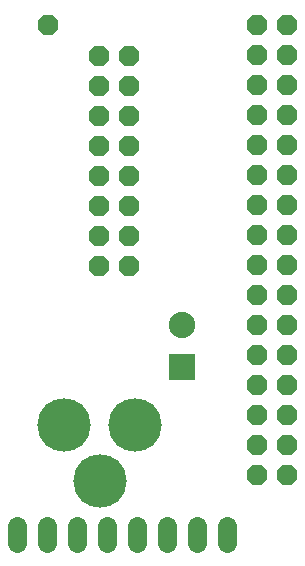
<source format=gbr>
G04 EAGLE Gerber X2 export*
%TF.Part,Single*%
%TF.FileFunction,Soldermask,Top,1*%
%TF.FilePolarity,Negative*%
%TF.GenerationSoftware,Autodesk,EAGLE,8.7.1*%
%TF.CreationDate,2018-04-06T15:57:59Z*%
G75*
%MOMM*%
%FSLAX34Y34*%
%LPD*%
%AMOC8*
5,1,8,0,0,1.08239X$1,22.5*%
G01*
%ADD10C,1.625600*%
%ADD11P,1.869504X8X292.500000*%
%ADD12C,4.521200*%
%ADD13R,2.235200X2.235200*%
%ADD14C,2.235200*%
%ADD15P,1.869504X8X22.500000*%


D10*
X21590Y18288D02*
X21590Y32512D01*
X46990Y32512D02*
X46990Y18288D01*
X72390Y18288D02*
X72390Y32512D01*
X97790Y32512D02*
X97790Y18288D01*
X123190Y18288D02*
X123190Y32512D01*
X148590Y32512D02*
X148590Y18288D01*
X173990Y18288D02*
X173990Y32512D01*
X199390Y32512D02*
X199390Y18288D01*
D11*
X91440Y430530D03*
X116840Y430530D03*
X91440Y405130D03*
X116840Y405130D03*
X91440Y379730D03*
X116840Y379730D03*
X91440Y354330D03*
X116840Y354330D03*
X91440Y328930D03*
X116840Y328930D03*
X91440Y303530D03*
X116840Y303530D03*
X91440Y278130D03*
X116840Y278130D03*
X91440Y252730D03*
X116840Y252730D03*
D12*
X121760Y118110D03*
X61760Y118110D03*
X91760Y71110D03*
D13*
X161290Y167640D03*
D14*
X161290Y202640D03*
D15*
X48260Y457200D03*
D11*
X224790Y457200D03*
X250190Y457200D03*
X224790Y431800D03*
X250190Y431800D03*
X224790Y406400D03*
X250190Y406400D03*
X224790Y381000D03*
X250190Y381000D03*
X224790Y355600D03*
X250190Y355600D03*
X224790Y330200D03*
X250190Y330200D03*
X224790Y304800D03*
X250190Y304800D03*
X224790Y279400D03*
X250190Y279400D03*
X224790Y254000D03*
X250190Y254000D03*
X224790Y228600D03*
X250190Y228600D03*
X224790Y203200D03*
X250190Y203200D03*
X224790Y177800D03*
X250190Y177800D03*
X224790Y152400D03*
X250190Y152400D03*
X224790Y127000D03*
X250190Y127000D03*
X224790Y101600D03*
X250190Y101600D03*
X224790Y76200D03*
X250190Y76200D03*
M02*

</source>
